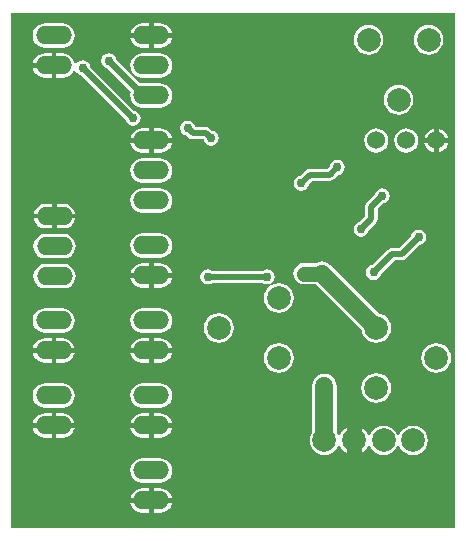
<source format=gbl>
G04 Layer_Physical_Order=2*
G04 Layer_Color=16711680*
%FSLAX43Y43*%
%MOMM*%
G71*
G01*
G75*
%ADD18C,1.524*%
%ADD19C,0.508*%
%ADD22C,1.270*%
%ADD31C,2.000*%
%ADD32C,1.524*%
%ADD33O,3.048X1.524*%
%ADD34C,0.762*%
%ADD35R,4.425X4.500*%
%ADD36R,4.200X4.450*%
G36*
X163200Y125600D02*
X125600D01*
Y169200D01*
X163200D01*
Y125600D01*
D02*
G37*
%LPC*%
G36*
X138227Y168335D02*
X137656D01*
Y167501D01*
X139227D01*
X139217Y167575D01*
X139114Y167822D01*
X138952Y168035D01*
X138739Y168197D01*
X138492Y168300D01*
X138227Y168335D01*
D02*
G37*
G36*
X137275D02*
X136703D01*
X136438Y168300D01*
X136191Y168197D01*
X135978Y168035D01*
X135816Y167822D01*
X135713Y167575D01*
X135703Y167501D01*
X137275D01*
Y168335D01*
D02*
G37*
G36*
X139227Y167120D02*
X137656D01*
Y166285D01*
X138227D01*
X138492Y166320D01*
X138739Y166423D01*
X138952Y166585D01*
X139114Y166798D01*
X139217Y167045D01*
X139227Y167120D01*
D02*
G37*
G36*
X137275D02*
X135703D01*
X135713Y167045D01*
X135816Y166798D01*
X135978Y166585D01*
X136191Y166423D01*
X136438Y166320D01*
X136703Y166285D01*
X137275D01*
Y167120D01*
D02*
G37*
G36*
X129972Y168335D02*
X128448D01*
X128183Y168300D01*
X127936Y168197D01*
X127723Y168035D01*
X127561Y167822D01*
X127458Y167575D01*
X127423Y167310D01*
X127458Y167045D01*
X127561Y166798D01*
X127723Y166585D01*
X127936Y166423D01*
X128183Y166320D01*
X128448Y166285D01*
X129972D01*
X130237Y166320D01*
X130484Y166423D01*
X130697Y166585D01*
X130859Y166798D01*
X130962Y167045D01*
X130997Y167310D01*
X130962Y167575D01*
X130859Y167822D01*
X130697Y168035D01*
X130484Y168197D01*
X130237Y168300D01*
X129972Y168335D01*
D02*
G37*
G36*
X160940Y168205D02*
X160613Y168162D01*
X160308Y168035D01*
X160046Y167834D01*
X159845Y167572D01*
X159718Y167267D01*
X159675Y166940D01*
X159718Y166613D01*
X159845Y166308D01*
X160046Y166046D01*
X160308Y165845D01*
X160613Y165718D01*
X160940Y165675D01*
X161267Y165718D01*
X161572Y165845D01*
X161834Y166046D01*
X162035Y166308D01*
X162162Y166613D01*
X162205Y166940D01*
X162162Y167267D01*
X162035Y167572D01*
X161834Y167834D01*
X161572Y168035D01*
X161267Y168162D01*
X160940Y168205D01*
D02*
G37*
G36*
X155860D02*
X155533Y168162D01*
X155228Y168035D01*
X154966Y167834D01*
X154765Y167572D01*
X154638Y167267D01*
X154595Y166940D01*
X154638Y166613D01*
X154765Y166308D01*
X154966Y166046D01*
X155228Y165845D01*
X155533Y165718D01*
X155860Y165675D01*
X156187Y165718D01*
X156492Y165845D01*
X156754Y166046D01*
X156955Y166308D01*
X157082Y166613D01*
X157125Y166940D01*
X157082Y167267D01*
X156955Y167572D01*
X156754Y167834D01*
X156492Y168035D01*
X156187Y168162D01*
X155860Y168205D01*
D02*
G37*
G36*
X129020Y165795D02*
X128448D01*
X128183Y165760D01*
X127936Y165657D01*
X127723Y165495D01*
X127561Y165282D01*
X127458Y165035D01*
X127448Y164961D01*
X129020D01*
Y165795D01*
D02*
G37*
G36*
X138227D02*
X136703D01*
X136438Y165760D01*
X136191Y165657D01*
X135978Y165495D01*
X135816Y165282D01*
X135713Y165035D01*
X135678Y164770D01*
X135713Y164505D01*
X135816Y164258D01*
X135978Y164045D01*
X136191Y163883D01*
X136438Y163780D01*
X136703Y163745D01*
X138227D01*
X138492Y163780D01*
X138739Y163883D01*
X138952Y164045D01*
X139114Y164258D01*
X139217Y164505D01*
X139252Y164770D01*
X139217Y165035D01*
X139114Y165282D01*
X138952Y165495D01*
X138739Y165657D01*
X138492Y165760D01*
X138227Y165795D01*
D02*
G37*
G36*
X129020Y164580D02*
X127448D01*
X127458Y164505D01*
X127561Y164258D01*
X127723Y164045D01*
X127936Y163883D01*
X128183Y163780D01*
X128448Y163745D01*
X129020D01*
Y164580D01*
D02*
G37*
G36*
X133858Y165824D02*
X133610Y165775D01*
X133400Y165634D01*
X133260Y165424D01*
X133211Y165176D01*
X133260Y164929D01*
X133400Y164719D01*
X133610Y164578D01*
X133752Y164550D01*
X135741Y162561D01*
X135713Y162495D01*
X135678Y162230D01*
X135713Y161965D01*
X135816Y161718D01*
X135978Y161505D01*
X136191Y161343D01*
X136438Y161240D01*
X136703Y161205D01*
X138227D01*
X138492Y161240D01*
X138739Y161343D01*
X138952Y161505D01*
X139114Y161718D01*
X139217Y161965D01*
X139252Y162230D01*
X139217Y162495D01*
X139114Y162742D01*
X138952Y162955D01*
X138739Y163117D01*
X138492Y163220D01*
X138227Y163255D01*
X136703D01*
X136535Y163233D01*
X134485Y165283D01*
X134456Y165424D01*
X134316Y165634D01*
X134106Y165775D01*
X133858Y165824D01*
D02*
G37*
G36*
X158400Y163125D02*
X158073Y163082D01*
X157768Y162955D01*
X157506Y162754D01*
X157305Y162492D01*
X157178Y162187D01*
X157135Y161860D01*
X157178Y161533D01*
X157305Y161228D01*
X157506Y160966D01*
X157768Y160765D01*
X158073Y160638D01*
X158400Y160595D01*
X158727Y160638D01*
X159032Y160765D01*
X159294Y160966D01*
X159495Y161228D01*
X159622Y161533D01*
X159665Y161860D01*
X159622Y162187D01*
X159495Y162492D01*
X159294Y162754D01*
X159032Y162955D01*
X158727Y163082D01*
X158400Y163125D01*
D02*
G37*
G36*
X129972Y165795D02*
X129400D01*
Y164770D01*
Y163745D01*
X129972D01*
X130237Y163780D01*
X130484Y163883D01*
X130697Y164045D01*
X130859Y164258D01*
X130909Y164377D01*
X131041Y164364D01*
X131050Y164319D01*
X131191Y164109D01*
X131401Y163969D01*
X131542Y163940D01*
X135289Y160193D01*
X135317Y160052D01*
X135458Y159842D01*
X135668Y159701D01*
X135916Y159652D01*
X136163Y159701D01*
X136373Y159842D01*
X136514Y160052D01*
X136563Y160300D01*
X136514Y160547D01*
X136373Y160757D01*
X136163Y160898D01*
X136022Y160926D01*
X132275Y164673D01*
X132247Y164815D01*
X132106Y165025D01*
X131896Y165165D01*
X131648Y165214D01*
X131401Y165165D01*
X131191Y165025D01*
X131108Y164901D01*
X130976Y164931D01*
X130962Y165035D01*
X130859Y165282D01*
X130697Y165495D01*
X130484Y165657D01*
X130237Y165760D01*
X129972Y165795D01*
D02*
G37*
G36*
X129090Y160744D02*
Y159191D01*
X130644D01*
X130629Y159344D01*
X130528Y159674D01*
X130365Y159979D01*
X130146Y160246D01*
X129879Y160465D01*
X129574Y160628D01*
X129244Y160729D01*
X129090Y160744D01*
D02*
G37*
G36*
X128710D02*
X128556Y160729D01*
X128226Y160628D01*
X127921Y160465D01*
X127654Y160246D01*
X127435Y159979D01*
X127272Y159674D01*
X127171Y159344D01*
X127156Y159191D01*
X128710D01*
Y160744D01*
D02*
G37*
G36*
X161786Y159420D02*
Y158611D01*
X162595D01*
X162585Y158685D01*
X162482Y158932D01*
X162320Y159145D01*
X162107Y159307D01*
X161860Y159410D01*
X161786Y159420D01*
D02*
G37*
G36*
X138227Y159445D02*
X137656D01*
Y158611D01*
X139227D01*
X139217Y158685D01*
X139114Y158932D01*
X138952Y159145D01*
X138739Y159307D01*
X138492Y159410D01*
X138227Y159445D01*
D02*
G37*
G36*
X137275D02*
X136703D01*
X136438Y159410D01*
X136191Y159307D01*
X135978Y159145D01*
X135816Y158932D01*
X135713Y158685D01*
X135703Y158611D01*
X137275D01*
Y159445D01*
D02*
G37*
G36*
X161405Y159420D02*
X161330Y159410D01*
X161083Y159307D01*
X160870Y159145D01*
X160708Y158932D01*
X160605Y158685D01*
X160595Y158611D01*
X161405D01*
Y159420D01*
D02*
G37*
G36*
X140564Y160109D02*
X140316Y160060D01*
X140106Y159919D01*
X139966Y159709D01*
X139916Y159461D01*
X139966Y159214D01*
X140106Y159004D01*
X140316Y158863D01*
X140458Y158835D01*
X140604Y158689D01*
X140772Y158576D01*
X140970Y158537D01*
X141899D01*
X141919Y158517D01*
X141947Y158375D01*
X142087Y158165D01*
X142297Y158025D01*
X142545Y157976D01*
X142793Y158025D01*
X143003Y158165D01*
X143143Y158375D01*
X143192Y158623D01*
X143143Y158871D01*
X143003Y159081D01*
X142793Y159221D01*
X142651Y159250D01*
X142479Y159421D01*
X142311Y159534D01*
X142113Y159573D01*
X141189D01*
X141162Y159709D01*
X141022Y159919D01*
X140812Y160060D01*
X140564Y160109D01*
D02*
G37*
G36*
X162595Y158230D02*
X161786D01*
Y157420D01*
X161860Y157430D01*
X162107Y157533D01*
X162320Y157695D01*
X162482Y157908D01*
X162585Y158155D01*
X162595Y158230D01*
D02*
G37*
G36*
X161405D02*
X160595D01*
X160605Y158155D01*
X160708Y157908D01*
X160870Y157695D01*
X161083Y157533D01*
X161330Y157430D01*
X161405Y157420D01*
Y158230D01*
D02*
G37*
G36*
X159055Y159445D02*
X158790Y159410D01*
X158543Y159307D01*
X158330Y159145D01*
X158168Y158932D01*
X158065Y158685D01*
X158030Y158420D01*
X158065Y158155D01*
X158168Y157908D01*
X158330Y157695D01*
X158543Y157533D01*
X158790Y157430D01*
X159055Y157395D01*
X159320Y157430D01*
X159567Y157533D01*
X159780Y157695D01*
X159942Y157908D01*
X160045Y158155D01*
X160080Y158420D01*
X160045Y158685D01*
X159942Y158932D01*
X159780Y159145D01*
X159567Y159307D01*
X159320Y159410D01*
X159055Y159445D01*
D02*
G37*
G36*
X156515D02*
X156250Y159410D01*
X156003Y159307D01*
X155790Y159145D01*
X155628Y158932D01*
X155525Y158685D01*
X155490Y158420D01*
X155525Y158155D01*
X155628Y157908D01*
X155790Y157695D01*
X156003Y157533D01*
X156250Y157430D01*
X156515Y157395D01*
X156780Y157430D01*
X157027Y157533D01*
X157240Y157695D01*
X157402Y157908D01*
X157505Y158155D01*
X157540Y158420D01*
X157505Y158685D01*
X157402Y158932D01*
X157240Y159145D01*
X157027Y159307D01*
X156780Y159410D01*
X156515Y159445D01*
D02*
G37*
G36*
X139227Y158230D02*
X137656D01*
Y157395D01*
X138227D01*
X138492Y157430D01*
X138739Y157533D01*
X138952Y157695D01*
X139114Y157908D01*
X139217Y158155D01*
X139227Y158230D01*
D02*
G37*
G36*
X137275D02*
X135703D01*
X135713Y158155D01*
X135816Y157908D01*
X135978Y157695D01*
X136191Y157533D01*
X136438Y157430D01*
X136703Y157395D01*
X137275D01*
Y158230D01*
D02*
G37*
G36*
X130644Y158809D02*
X129090D01*
Y157256D01*
X129244Y157271D01*
X129574Y157372D01*
X129879Y157535D01*
X130146Y157754D01*
X130365Y158021D01*
X130528Y158326D01*
X130629Y158656D01*
X130644Y158809D01*
D02*
G37*
G36*
X128710D02*
X127156D01*
X127171Y158656D01*
X127272Y158326D01*
X127435Y158021D01*
X127654Y157754D01*
X127921Y157535D01*
X128226Y157372D01*
X128556Y157271D01*
X128710Y157256D01*
Y158809D01*
D02*
G37*
G36*
X138227Y156905D02*
X136703D01*
X136438Y156870D01*
X136191Y156767D01*
X135978Y156605D01*
X135816Y156392D01*
X135713Y156145D01*
X135678Y155880D01*
X135713Y155615D01*
X135816Y155368D01*
X135978Y155155D01*
X136191Y154993D01*
X136438Y154890D01*
X136703Y154855D01*
X138227D01*
X138492Y154890D01*
X138739Y154993D01*
X138952Y155155D01*
X139114Y155368D01*
X139217Y155615D01*
X139252Y155880D01*
X139217Y156145D01*
X139114Y156392D01*
X138952Y156605D01*
X138739Y156767D01*
X138492Y156870D01*
X138227Y156905D01*
D02*
G37*
G36*
X153213Y156781D02*
X152965Y156732D01*
X152755Y156592D01*
X152615Y156382D01*
X152587Y156240D01*
X152389Y156042D01*
X150902D01*
X150703Y156003D01*
X150535Y155891D01*
X150059Y155414D01*
X149917Y155386D01*
X149707Y155246D01*
X149567Y155036D01*
X149518Y154788D01*
X149567Y154540D01*
X149707Y154330D01*
X149917Y154190D01*
X150165Y154140D01*
X150413Y154190D01*
X150623Y154330D01*
X150763Y154540D01*
X150791Y154682D01*
X151116Y155006D01*
X152603D01*
X152802Y155046D01*
X152970Y155158D01*
X153319Y155508D01*
X153461Y155536D01*
X153671Y155676D01*
X153811Y155886D01*
X153860Y156134D01*
X153811Y156382D01*
X153671Y156592D01*
X153461Y156732D01*
X153213Y156781D01*
D02*
G37*
G36*
X138227Y154365D02*
X136703D01*
X136438Y154330D01*
X136191Y154227D01*
X135978Y154065D01*
X135816Y153852D01*
X135713Y153605D01*
X135678Y153340D01*
X135713Y153075D01*
X135816Y152828D01*
X135978Y152615D01*
X136191Y152453D01*
X136438Y152350D01*
X136703Y152315D01*
X138227D01*
X138492Y152350D01*
X138739Y152453D01*
X138952Y152615D01*
X139114Y152828D01*
X139217Y153075D01*
X139252Y153340D01*
X139217Y153605D01*
X139114Y153852D01*
X138952Y154065D01*
X138739Y154227D01*
X138492Y154330D01*
X138227Y154365D01*
D02*
G37*
G36*
X130037Y153035D02*
X129466D01*
Y152201D01*
X131037D01*
X131027Y152275D01*
X130924Y152522D01*
X130762Y152735D01*
X130549Y152897D01*
X130302Y153000D01*
X130037Y153035D01*
D02*
G37*
G36*
X129085D02*
X128513D01*
X128248Y153000D01*
X128001Y152897D01*
X127788Y152735D01*
X127626Y152522D01*
X127523Y152275D01*
X127513Y152201D01*
X129085D01*
Y153035D01*
D02*
G37*
G36*
X131037Y151820D02*
X129466D01*
Y150985D01*
X130037D01*
X130302Y151020D01*
X130549Y151123D01*
X130762Y151285D01*
X130924Y151498D01*
X131027Y151745D01*
X131037Y151820D01*
D02*
G37*
G36*
X129085D02*
X127513D01*
X127523Y151745D01*
X127626Y151498D01*
X127788Y151285D01*
X128001Y151123D01*
X128248Y151020D01*
X128513Y150985D01*
X129085D01*
Y151820D01*
D02*
G37*
G36*
X157023Y154368D02*
X156775Y154319D01*
X156565Y154179D01*
X156425Y153969D01*
X156397Y153827D01*
X155742Y153173D01*
X155630Y153005D01*
X155591Y152807D01*
Y152005D01*
X155139Y151553D01*
X154997Y151525D01*
X154787Y151385D01*
X154647Y151175D01*
X154598Y150927D01*
X154647Y150679D01*
X154787Y150469D01*
X154997Y150329D01*
X155245Y150280D01*
X155493Y150329D01*
X155703Y150469D01*
X155843Y150679D01*
X155871Y150821D01*
X156475Y151424D01*
X156587Y151592D01*
X156627Y151791D01*
X156627Y151791D01*
Y152592D01*
X157129Y153095D01*
X157271Y153123D01*
X157481Y153263D01*
X157621Y153473D01*
X157670Y153721D01*
X157621Y153969D01*
X157481Y154179D01*
X157271Y154319D01*
X157023Y154368D01*
D02*
G37*
G36*
X138227Y150555D02*
X136703D01*
X136438Y150520D01*
X136191Y150417D01*
X135978Y150255D01*
X135816Y150042D01*
X135713Y149795D01*
X135678Y149530D01*
X135713Y149265D01*
X135816Y149018D01*
X135978Y148805D01*
X136191Y148643D01*
X136438Y148540D01*
X136703Y148505D01*
X138227D01*
X138492Y148540D01*
X138739Y148643D01*
X138952Y148805D01*
X139114Y149018D01*
X139217Y149265D01*
X139252Y149530D01*
X139217Y149795D01*
X139114Y150042D01*
X138952Y150255D01*
X138739Y150417D01*
X138492Y150520D01*
X138227Y150555D01*
D02*
G37*
G36*
X130037Y150495D02*
X128513D01*
X128248Y150460D01*
X128001Y150357D01*
X127788Y150195D01*
X127626Y149982D01*
X127523Y149735D01*
X127488Y149470D01*
X127523Y149205D01*
X127626Y148958D01*
X127788Y148745D01*
X128001Y148583D01*
X128248Y148480D01*
X128513Y148445D01*
X130037D01*
X130302Y148480D01*
X130549Y148583D01*
X130762Y148745D01*
X130924Y148958D01*
X131027Y149205D01*
X131062Y149470D01*
X131027Y149735D01*
X130924Y149982D01*
X130762Y150195D01*
X130549Y150357D01*
X130302Y150460D01*
X130037Y150495D01*
D02*
G37*
G36*
X147269Y147536D02*
X147022Y147487D01*
X146902Y147406D01*
X142633D01*
X142513Y147487D01*
X142266Y147536D01*
X142018Y147487D01*
X141808Y147346D01*
X141667Y147136D01*
X141618Y146888D01*
X141667Y146641D01*
X141808Y146431D01*
X142018Y146290D01*
X142266Y146241D01*
X142513Y146290D01*
X142633Y146370D01*
X146902D01*
X147022Y146290D01*
X147269Y146241D01*
X147517Y146290D01*
X147727Y146431D01*
X147868Y146641D01*
X147917Y146888D01*
X147868Y147136D01*
X147727Y147346D01*
X147517Y147487D01*
X147269Y147536D01*
D02*
G37*
G36*
X138227Y148015D02*
X137656D01*
Y147181D01*
X139227D01*
X139217Y147255D01*
X139114Y147502D01*
X138952Y147715D01*
X138739Y147877D01*
X138492Y147980D01*
X138227Y148015D01*
D02*
G37*
G36*
X137275D02*
X136703D01*
X136438Y147980D01*
X136191Y147877D01*
X135978Y147715D01*
X135816Y147502D01*
X135713Y147255D01*
X135703Y147181D01*
X137275D01*
Y148015D01*
D02*
G37*
G36*
X160096Y150863D02*
X159849Y150814D01*
X159639Y150674D01*
X159498Y150464D01*
X159470Y150322D01*
X158471Y149323D01*
X157848D01*
X157650Y149284D01*
X157482Y149172D01*
X156180Y147870D01*
X156039Y147842D01*
X155829Y147702D01*
X155688Y147492D01*
X155639Y147244D01*
X155688Y146996D01*
X155829Y146786D01*
X156039Y146646D01*
X156286Y146597D01*
X156534Y146646D01*
X156744Y146786D01*
X156885Y146996D01*
X156913Y147138D01*
X158062Y148287D01*
X158686D01*
X158884Y148327D01*
X159052Y148439D01*
X160203Y149589D01*
X160344Y149618D01*
X160554Y149758D01*
X160695Y149968D01*
X160744Y150216D01*
X160695Y150464D01*
X160554Y150674D01*
X160344Y150814D01*
X160096Y150863D01*
D02*
G37*
G36*
X139227Y146800D02*
X137656D01*
Y145965D01*
X138227D01*
X138492Y146000D01*
X138739Y146103D01*
X138952Y146265D01*
X139114Y146478D01*
X139217Y146725D01*
X139227Y146800D01*
D02*
G37*
G36*
X137275D02*
X135703D01*
X135713Y146725D01*
X135816Y146478D01*
X135978Y146265D01*
X136191Y146103D01*
X136438Y146000D01*
X136703Y145965D01*
X137275D01*
Y146800D01*
D02*
G37*
G36*
X130037Y147955D02*
X128513D01*
X128248Y147920D01*
X128001Y147817D01*
X127788Y147655D01*
X127626Y147442D01*
X127523Y147195D01*
X127488Y146930D01*
X127523Y146665D01*
X127626Y146418D01*
X127788Y146205D01*
X128001Y146043D01*
X128248Y145940D01*
X128513Y145905D01*
X130037D01*
X130302Y145940D01*
X130549Y146043D01*
X130762Y146205D01*
X130924Y146418D01*
X131027Y146665D01*
X131062Y146930D01*
X131027Y147195D01*
X130924Y147442D01*
X130762Y147655D01*
X130549Y147817D01*
X130302Y147920D01*
X130037Y147955D01*
D02*
G37*
G36*
X148260Y146350D02*
X147933Y146307D01*
X147628Y146180D01*
X147366Y145979D01*
X147165Y145717D01*
X147038Y145412D01*
X146995Y145085D01*
X147038Y144758D01*
X147165Y144453D01*
X147366Y144191D01*
X147628Y143990D01*
X147933Y143863D01*
X148260Y143820D01*
X148587Y143863D01*
X148892Y143990D01*
X149154Y144191D01*
X149355Y144453D01*
X149482Y144758D01*
X149525Y145085D01*
X149482Y145412D01*
X149355Y145717D01*
X149154Y145979D01*
X148892Y146180D01*
X148587Y146307D01*
X148260Y146350D01*
D02*
G37*
G36*
X138227Y144205D02*
X136703D01*
X136438Y144170D01*
X136191Y144067D01*
X135978Y143905D01*
X135816Y143692D01*
X135713Y143445D01*
X135678Y143180D01*
X135713Y142915D01*
X135816Y142668D01*
X135978Y142455D01*
X136191Y142293D01*
X136438Y142190D01*
X136703Y142155D01*
X138227D01*
X138492Y142190D01*
X138739Y142293D01*
X138952Y142455D01*
X139114Y142668D01*
X139217Y142915D01*
X139252Y143180D01*
X139217Y143445D01*
X139114Y143692D01*
X138952Y143905D01*
X138739Y144067D01*
X138492Y144170D01*
X138227Y144205D01*
D02*
G37*
G36*
X129972D02*
X128448D01*
X128183Y144170D01*
X127936Y144067D01*
X127723Y143905D01*
X127561Y143692D01*
X127458Y143445D01*
X127423Y143180D01*
X127458Y142915D01*
X127561Y142668D01*
X127723Y142455D01*
X127936Y142293D01*
X128183Y142190D01*
X128448Y142155D01*
X129972D01*
X130237Y142190D01*
X130484Y142293D01*
X130697Y142455D01*
X130859Y142668D01*
X130962Y142915D01*
X130997Y143180D01*
X130962Y143445D01*
X130859Y143692D01*
X130697Y143905D01*
X130484Y144067D01*
X130237Y144170D01*
X129972Y144205D01*
D02*
G37*
G36*
X151910Y148175D02*
X151645Y148140D01*
X151420Y148047D01*
X150400D01*
X150168Y148016D01*
X149952Y147927D01*
X149766Y147784D01*
X149623Y147598D01*
X149534Y147382D01*
X149503Y147150D01*
X149534Y146918D01*
X149623Y146702D01*
X149766Y146516D01*
X149952Y146373D01*
X150168Y146284D01*
X150400Y146253D01*
X151357D01*
X155278Y142333D01*
X155293Y142218D01*
X155420Y141913D01*
X155621Y141651D01*
X155883Y141450D01*
X156188Y141323D01*
X156515Y141280D01*
X156842Y141323D01*
X157147Y141450D01*
X157409Y141651D01*
X157610Y141913D01*
X157737Y142218D01*
X157780Y142545D01*
X157737Y142872D01*
X157610Y143177D01*
X157409Y143439D01*
X157147Y143640D01*
X156842Y143767D01*
X156727Y143782D01*
X152635Y147875D01*
X152422Y148037D01*
X152175Y148140D01*
X151910Y148175D01*
D02*
G37*
G36*
X143180Y143810D02*
X142853Y143767D01*
X142548Y143640D01*
X142286Y143439D01*
X142085Y143177D01*
X141958Y142872D01*
X141915Y142545D01*
X141958Y142218D01*
X142085Y141913D01*
X142286Y141651D01*
X142548Y141450D01*
X142853Y141323D01*
X143180Y141280D01*
X143507Y141323D01*
X143812Y141450D01*
X144074Y141651D01*
X144275Y141913D01*
X144402Y142218D01*
X144445Y142545D01*
X144402Y142872D01*
X144275Y143177D01*
X144074Y143439D01*
X143812Y143640D01*
X143507Y143767D01*
X143180Y143810D01*
D02*
G37*
G36*
X138227Y141665D02*
X137656D01*
Y140831D01*
X139227D01*
X139217Y140905D01*
X139114Y141152D01*
X138952Y141365D01*
X138739Y141527D01*
X138492Y141630D01*
X138227Y141665D01*
D02*
G37*
G36*
X129972D02*
X129400D01*
Y140831D01*
X130972D01*
X130962Y140905D01*
X130859Y141152D01*
X130697Y141365D01*
X130484Y141527D01*
X130237Y141630D01*
X129972Y141665D01*
D02*
G37*
G36*
X137275D02*
X136703D01*
X136438Y141630D01*
X136191Y141527D01*
X135978Y141365D01*
X135816Y141152D01*
X135713Y140905D01*
X135703Y140831D01*
X137275D01*
Y141665D01*
D02*
G37*
G36*
X129020D02*
X128448D01*
X128183Y141630D01*
X127936Y141527D01*
X127723Y141365D01*
X127561Y141152D01*
X127458Y140905D01*
X127448Y140831D01*
X129020D01*
Y141665D01*
D02*
G37*
G36*
X139227Y140450D02*
X137656D01*
Y139615D01*
X138227D01*
X138492Y139650D01*
X138739Y139753D01*
X138952Y139915D01*
X139114Y140128D01*
X139217Y140375D01*
X139227Y140450D01*
D02*
G37*
G36*
X137275D02*
X135703D01*
X135713Y140375D01*
X135816Y140128D01*
X135978Y139915D01*
X136191Y139753D01*
X136438Y139650D01*
X136703Y139615D01*
X137275D01*
Y140450D01*
D02*
G37*
G36*
X130972D02*
X129400D01*
Y139615D01*
X129972D01*
X130237Y139650D01*
X130484Y139753D01*
X130697Y139915D01*
X130859Y140128D01*
X130962Y140375D01*
X130972Y140450D01*
D02*
G37*
G36*
X129020D02*
X127448D01*
X127458Y140375D01*
X127561Y140128D01*
X127723Y139915D01*
X127936Y139753D01*
X128183Y139650D01*
X128448Y139615D01*
X129020D01*
Y140450D01*
D02*
G37*
G36*
X161595Y141270D02*
X161268Y141227D01*
X160963Y141100D01*
X160701Y140899D01*
X160500Y140637D01*
X160373Y140332D01*
X160330Y140005D01*
X160373Y139678D01*
X160500Y139373D01*
X160701Y139111D01*
X160963Y138910D01*
X161268Y138783D01*
X161595Y138740D01*
X161922Y138783D01*
X162227Y138910D01*
X162489Y139111D01*
X162690Y139373D01*
X162817Y139678D01*
X162860Y140005D01*
X162817Y140332D01*
X162690Y140637D01*
X162489Y140899D01*
X162227Y141100D01*
X161922Y141227D01*
X161595Y141270D01*
D02*
G37*
G36*
X148260D02*
X147933Y141227D01*
X147628Y141100D01*
X147366Y140899D01*
X147165Y140637D01*
X147038Y140332D01*
X146995Y140005D01*
X147038Y139678D01*
X147165Y139373D01*
X147366Y139111D01*
X147628Y138910D01*
X147933Y138783D01*
X148260Y138740D01*
X148587Y138783D01*
X148892Y138910D01*
X149154Y139111D01*
X149355Y139373D01*
X149482Y139678D01*
X149525Y140005D01*
X149482Y140332D01*
X149355Y140637D01*
X149154Y140899D01*
X148892Y141100D01*
X148587Y141227D01*
X148260Y141270D01*
D02*
G37*
G36*
X156515Y138730D02*
X156188Y138687D01*
X155883Y138560D01*
X155621Y138359D01*
X155420Y138097D01*
X155293Y137792D01*
X155250Y137465D01*
X155293Y137138D01*
X155420Y136833D01*
X155621Y136571D01*
X155883Y136370D01*
X156188Y136243D01*
X156515Y136200D01*
X156842Y136243D01*
X157147Y136370D01*
X157409Y136571D01*
X157610Y136833D01*
X157737Y137138D01*
X157780Y137465D01*
X157737Y137792D01*
X157610Y138097D01*
X157409Y138359D01*
X157147Y138560D01*
X156842Y138687D01*
X156515Y138730D01*
D02*
G37*
G36*
X138227Y137855D02*
X136703D01*
X136438Y137820D01*
X136191Y137717D01*
X135978Y137555D01*
X135816Y137342D01*
X135713Y137095D01*
X135678Y136830D01*
X135713Y136565D01*
X135816Y136318D01*
X135978Y136105D01*
X136191Y135943D01*
X136438Y135840D01*
X136703Y135805D01*
X138227D01*
X138492Y135840D01*
X138739Y135943D01*
X138952Y136105D01*
X139114Y136318D01*
X139217Y136565D01*
X139252Y136830D01*
X139217Y137095D01*
X139114Y137342D01*
X138952Y137555D01*
X138739Y137717D01*
X138492Y137820D01*
X138227Y137855D01*
D02*
G37*
G36*
X129972D02*
X128448D01*
X128183Y137820D01*
X127936Y137717D01*
X127723Y137555D01*
X127561Y137342D01*
X127458Y137095D01*
X127423Y136830D01*
X127458Y136565D01*
X127561Y136318D01*
X127723Y136105D01*
X127936Y135943D01*
X128183Y135840D01*
X128448Y135805D01*
X129972D01*
X130237Y135840D01*
X130484Y135943D01*
X130697Y136105D01*
X130859Y136318D01*
X130962Y136565D01*
X130997Y136830D01*
X130962Y137095D01*
X130859Y137342D01*
X130697Y137555D01*
X130484Y137717D01*
X130237Y137820D01*
X129972Y137855D01*
D02*
G37*
G36*
X138227Y135315D02*
X137656D01*
Y134481D01*
X139227D01*
X139217Y134555D01*
X139114Y134802D01*
X138952Y135015D01*
X138739Y135177D01*
X138492Y135280D01*
X138227Y135315D01*
D02*
G37*
G36*
X129972D02*
X129400D01*
Y134481D01*
X130972D01*
X130962Y134555D01*
X130859Y134802D01*
X130697Y135015D01*
X130484Y135177D01*
X130237Y135280D01*
X129972Y135315D01*
D02*
G37*
G36*
X137275D02*
X136703D01*
X136438Y135280D01*
X136191Y135177D01*
X135978Y135015D01*
X135816Y134802D01*
X135713Y134555D01*
X135703Y134481D01*
X137275D01*
Y135315D01*
D02*
G37*
G36*
X129020D02*
X128448D01*
X128183Y135280D01*
X127936Y135177D01*
X127723Y135015D01*
X127561Y134802D01*
X127458Y134555D01*
X127448Y134481D01*
X129020D01*
Y135315D01*
D02*
G37*
G36*
X159630Y134285D02*
X159303Y134242D01*
X158998Y134115D01*
X158736Y133914D01*
X158535Y133652D01*
X158449Y133445D01*
X158311D01*
X158225Y133652D01*
X158024Y133914D01*
X157762Y134115D01*
X157457Y134242D01*
X157130Y134285D01*
X156803Y134242D01*
X156498Y134115D01*
X156236Y133914D01*
X156035Y133652D01*
X155949Y133445D01*
X155811D01*
X155725Y133652D01*
X155524Y133914D01*
X155262Y134115D01*
X154957Y134242D01*
X154820Y134260D01*
Y133020D01*
Y131780D01*
X154957Y131798D01*
X155262Y131925D01*
X155524Y132126D01*
X155725Y132388D01*
X155811Y132595D01*
X155949D01*
X156035Y132388D01*
X156236Y132126D01*
X156498Y131925D01*
X156803Y131798D01*
X157130Y131755D01*
X157457Y131798D01*
X157762Y131925D01*
X158024Y132126D01*
X158225Y132388D01*
X158311Y132595D01*
X158449D01*
X158535Y132388D01*
X158736Y132126D01*
X158998Y131925D01*
X159303Y131798D01*
X159630Y131755D01*
X159957Y131798D01*
X160262Y131925D01*
X160524Y132126D01*
X160725Y132388D01*
X160852Y132693D01*
X160895Y133020D01*
X160852Y133347D01*
X160725Y133652D01*
X160524Y133914D01*
X160262Y134115D01*
X159957Y134242D01*
X159630Y134285D01*
D02*
G37*
G36*
X139227Y134100D02*
X137656D01*
Y133265D01*
X138227D01*
X138492Y133300D01*
X138739Y133403D01*
X138952Y133565D01*
X139114Y133778D01*
X139217Y134025D01*
X139227Y134100D01*
D02*
G37*
G36*
X137275D02*
X135703D01*
X135713Y134025D01*
X135816Y133778D01*
X135978Y133565D01*
X136191Y133403D01*
X136438Y133300D01*
X136703Y133265D01*
X137275D01*
Y134100D01*
D02*
G37*
G36*
X130972D02*
X129400D01*
Y133265D01*
X129972D01*
X130237Y133300D01*
X130484Y133403D01*
X130697Y133565D01*
X130859Y133778D01*
X130962Y134025D01*
X130972Y134100D01*
D02*
G37*
G36*
X129020D02*
X127448D01*
X127458Y134025D01*
X127561Y133778D01*
X127723Y133565D01*
X127936Y133403D01*
X128183Y133300D01*
X128448Y133265D01*
X129020D01*
Y134100D01*
D02*
G37*
G36*
X152130Y138675D02*
X151865Y138640D01*
X151618Y138537D01*
X151405Y138375D01*
X151243Y138162D01*
X151140Y137915D01*
X151105Y137650D01*
Y137352D01*
X151092Y137287D01*
X151105Y137222D01*
Y133744D01*
X151035Y133652D01*
X150908Y133347D01*
X150865Y133020D01*
X150908Y132693D01*
X151035Y132388D01*
X151236Y132126D01*
X151498Y131925D01*
X151803Y131798D01*
X152130Y131755D01*
X152457Y131798D01*
X152762Y131925D01*
X153024Y132126D01*
X153225Y132388D01*
X153311Y132595D01*
X153449D01*
X153535Y132388D01*
X153736Y132126D01*
X153998Y131925D01*
X154303Y131798D01*
X154439Y131780D01*
Y133020D01*
Y134260D01*
X154303Y134242D01*
X153998Y134115D01*
X153736Y133914D01*
X153535Y133652D01*
X153449Y133445D01*
X153311D01*
X153225Y133652D01*
X153155Y133744D01*
Y137187D01*
X153175Y137287D01*
X153155Y137387D01*
Y137650D01*
X153120Y137915D01*
X153017Y138162D01*
X152855Y138375D01*
X152642Y138537D01*
X152395Y138640D01*
X152130Y138675D01*
D02*
G37*
G36*
X138227Y131505D02*
X136703D01*
X136438Y131470D01*
X136191Y131367D01*
X135978Y131205D01*
X135816Y130992D01*
X135713Y130745D01*
X135678Y130480D01*
X135713Y130215D01*
X135816Y129968D01*
X135978Y129755D01*
X136191Y129593D01*
X136438Y129490D01*
X136703Y129455D01*
X138227D01*
X138492Y129490D01*
X138739Y129593D01*
X138952Y129755D01*
X139114Y129968D01*
X139217Y130215D01*
X139252Y130480D01*
X139217Y130745D01*
X139114Y130992D01*
X138952Y131205D01*
X138739Y131367D01*
X138492Y131470D01*
X138227Y131505D01*
D02*
G37*
G36*
X129091Y130744D02*
Y129191D01*
X130644D01*
X130629Y129344D01*
X130528Y129674D01*
X130365Y129979D01*
X130146Y130246D01*
X129879Y130465D01*
X129574Y130628D01*
X129244Y130729D01*
X129091Y130744D01*
D02*
G37*
G36*
X128710D02*
X128556Y130729D01*
X128226Y130628D01*
X127921Y130465D01*
X127654Y130246D01*
X127435Y129979D01*
X127272Y129674D01*
X127171Y129344D01*
X127156Y129191D01*
X128710D01*
Y130744D01*
D02*
G37*
G36*
X138227Y128965D02*
X137656D01*
Y128131D01*
X139227D01*
X139217Y128205D01*
X139114Y128452D01*
X138952Y128665D01*
X138739Y128827D01*
X138492Y128930D01*
X138227Y128965D01*
D02*
G37*
G36*
X137275D02*
X136703D01*
X136438Y128930D01*
X136191Y128827D01*
X135978Y128665D01*
X135816Y128452D01*
X135713Y128205D01*
X135703Y128131D01*
X137275D01*
Y128965D01*
D02*
G37*
G36*
X130644Y128809D02*
X129091D01*
Y127256D01*
X129244Y127271D01*
X129574Y127372D01*
X129879Y127535D01*
X130146Y127754D01*
X130365Y128021D01*
X130528Y128326D01*
X130629Y128656D01*
X130644Y128809D01*
D02*
G37*
G36*
X128710D02*
X127156D01*
X127171Y128656D01*
X127272Y128326D01*
X127435Y128021D01*
X127654Y127754D01*
X127921Y127535D01*
X128226Y127372D01*
X128556Y127271D01*
X128710Y127256D01*
Y128809D01*
D02*
G37*
G36*
X139227Y127750D02*
X137656D01*
Y126915D01*
X138227D01*
X138492Y126950D01*
X138739Y127053D01*
X138952Y127215D01*
X139114Y127428D01*
X139217Y127675D01*
X139227Y127750D01*
D02*
G37*
G36*
X137275D02*
X135703D01*
X135713Y127675D01*
X135816Y127428D01*
X135978Y127215D01*
X136191Y127053D01*
X136438Y126950D01*
X136703Y126915D01*
X137275D01*
Y127750D01*
D02*
G37*
%LPD*%
D18*
X152130Y133020D02*
Y137650D01*
X151910Y147150D02*
X156515Y142545D01*
D19*
X152603Y155524D02*
X153213Y156134D01*
X150902Y155524D02*
X152603D01*
X150165Y154788D02*
X150902Y155524D01*
X142113Y159055D02*
X142545Y158623D01*
X140970Y159055D02*
X142113D01*
X140564Y159461D02*
X140970Y159055D01*
X156109Y152807D02*
X157023Y153721D01*
X156109Y151791D02*
Y152807D01*
X155245Y150927D02*
X156109Y151791D01*
X157848Y148805D02*
X158686D01*
X156286Y147244D02*
X157848Y148805D01*
X158686D02*
X160096Y150216D01*
X133858Y165176D02*
X136805Y162230D01*
X137465D01*
X131648Y164567D02*
X135916Y160300D01*
X142266Y146888D02*
X147269D01*
D22*
X150400Y147150D02*
X151150D01*
X151910D01*
X154630Y130714D02*
Y133020D01*
Y135224D01*
D31*
X158400Y161860D02*
D03*
X155860Y166940D02*
D03*
X160940D02*
D03*
X143180Y142545D02*
D03*
X148260Y145085D02*
D03*
Y140005D02*
D03*
X152130Y133020D02*
D03*
X154630D02*
D03*
X157130D02*
D03*
X159630D02*
D03*
X161595Y140005D02*
D03*
X156515Y137465D02*
D03*
Y142545D02*
D03*
D32*
Y158420D02*
D03*
X159055D02*
D03*
X161595D02*
D03*
X128900Y129000D02*
D03*
Y159000D02*
D03*
D33*
X137465Y140640D02*
D03*
Y143180D02*
D03*
Y134290D02*
D03*
Y136830D02*
D03*
Y127940D02*
D03*
Y130480D02*
D03*
X129210Y134290D02*
D03*
Y136830D02*
D03*
Y140640D02*
D03*
Y143180D02*
D03*
X129275Y149470D02*
D03*
Y146930D02*
D03*
Y152010D02*
D03*
X137465Y146990D02*
D03*
Y149530D02*
D03*
Y155880D02*
D03*
Y153340D02*
D03*
Y158420D02*
D03*
Y164770D02*
D03*
Y162230D02*
D03*
Y167310D02*
D03*
X129210Y164770D02*
D03*
Y167310D02*
D03*
D34*
X155245Y150927D02*
D03*
X157023Y153721D02*
D03*
X144780Y163170D02*
D03*
X156900Y145325D02*
D03*
X153950Y148082D02*
D03*
X145000Y160300D02*
D03*
X148175Y166750D02*
D03*
X141504Y162230D02*
D03*
X162525Y155325D02*
D03*
X162700Y141625D02*
D03*
X159250Y160150D02*
D03*
X161825Y126950D02*
D03*
X155524Y168555D02*
D03*
X159106Y167716D02*
D03*
X126264Y136957D02*
D03*
X158775Y139725D02*
D03*
X142139Y145415D02*
D03*
X141325Y165050D02*
D03*
X160096Y150216D02*
D03*
X152527Y137287D02*
D03*
X152121Y137973D02*
D03*
X151740Y137287D02*
D03*
X153213Y156134D02*
D03*
X142545Y158623D02*
D03*
X151359Y149784D02*
D03*
X151029Y148463D02*
D03*
X156286Y147244D02*
D03*
X150400Y147150D02*
D03*
X151150D02*
D03*
X144650Y154150D02*
D03*
X149900Y157400D02*
D03*
X142900Y133400D02*
D03*
X140650Y134900D02*
D03*
X142900Y136400D02*
D03*
Y130150D02*
D03*
X140650Y128650D02*
D03*
X142900Y126900D02*
D03*
X146900Y167900D02*
D03*
X143900Y159150D02*
D03*
X159650Y143900D02*
D03*
X147900Y153150D02*
D03*
X144650Y153400D02*
D03*
X142150Y150150D02*
D03*
X141400Y157150D02*
D03*
X139400Y154650D02*
D03*
X135814Y151105D02*
D03*
X150150Y131900D02*
D03*
X144400D02*
D03*
X153900Y136900D02*
D03*
X150150D02*
D03*
X152650Y141650D02*
D03*
X144900Y145650D02*
D03*
X145339Y140056D02*
D03*
X161900Y165400D02*
D03*
X153400Y163150D02*
D03*
X153150Y166900D02*
D03*
X149150Y163400D02*
D03*
X145150Y168400D02*
D03*
X133150Y168650D02*
D03*
X131900Y167150D02*
D03*
X141377Y167031D02*
D03*
X150775Y153543D02*
D03*
X147828Y157277D02*
D03*
X126518Y168301D02*
D03*
X159893Y156109D02*
D03*
X156896Y156083D02*
D03*
X155067Y154331D02*
D03*
X161214Y135585D02*
D03*
X157531D02*
D03*
X152984Y127026D02*
D03*
X148870Y142240D02*
D03*
X141529Y141935D02*
D03*
X135916Y160300D02*
D03*
X133858Y165176D02*
D03*
X131648Y164567D02*
D03*
X147900Y153900D02*
D03*
X150165Y154788D02*
D03*
X153680Y155164D02*
D03*
X140564Y159461D02*
D03*
X147269Y146888D02*
D03*
X142266D02*
D03*
X144145Y149987D02*
D03*
X139497Y161316D02*
D03*
X158445Y131039D02*
D03*
X160046Y145618D02*
D03*
X145212Y159334D02*
D03*
D35*
X128887Y158850D02*
D03*
D36*
X128975Y128575D02*
D03*
M02*

</source>
